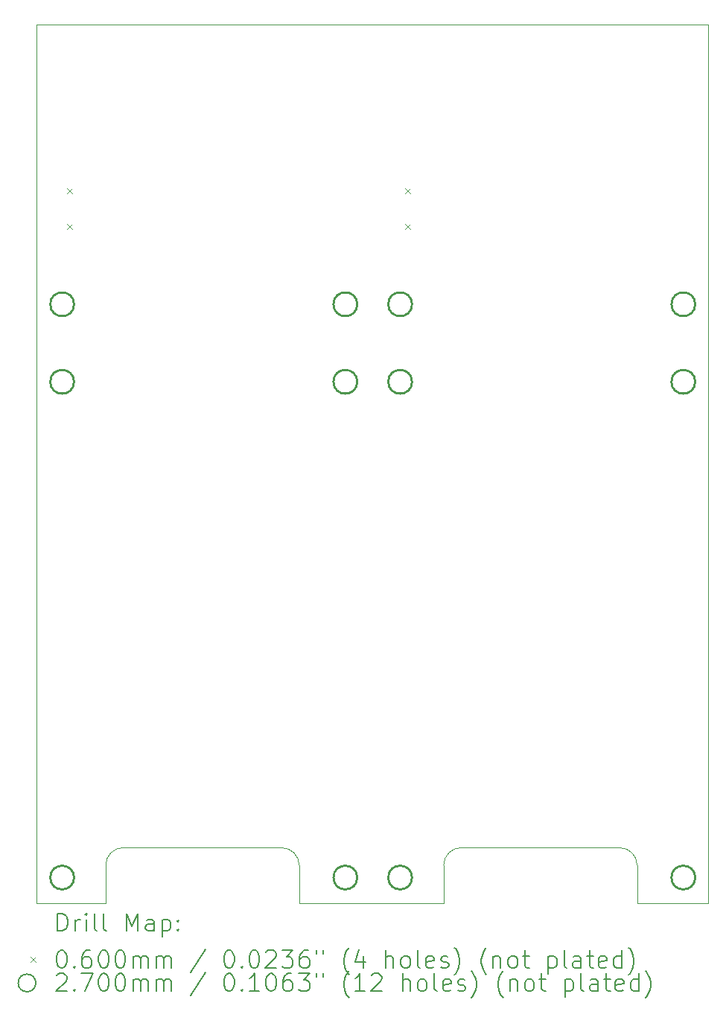
<source format=gbr>
%TF.GenerationSoftware,KiCad,Pcbnew,7.0.1*%
%TF.CreationDate,2023-11-25T15:53:30+01:00*%
%TF.ProjectId,Spotify_controller_nutzen,53706f74-6966-4795-9f63-6f6e74726f6c,rev?*%
%TF.SameCoordinates,Original*%
%TF.FileFunction,Drillmap*%
%TF.FilePolarity,Positive*%
%FSLAX45Y45*%
G04 Gerber Fmt 4.5, Leading zero omitted, Abs format (unit mm)*
G04 Created by KiCad (PCBNEW 7.0.1) date 2023-11-25 15:53:30*
%MOMM*%
%LPD*%
G01*
G04 APERTURE LIST*
%ADD10C,0.100000*%
%ADD11C,0.200000*%
%ADD12C,0.060000*%
%ADD13C,0.270000*%
G04 APERTURE END LIST*
D10*
X10473000Y-14250000D02*
X9663000Y-14250000D01*
X6679000Y-14250000D02*
X7463000Y-14250000D01*
X10467000Y-4250000D02*
X6673000Y-4250000D01*
X7463000Y-14250000D02*
X7463000Y-13820000D01*
X10473000Y-14250000D02*
X10467000Y-4250000D01*
X9463000Y-13620000D02*
X7663000Y-13620000D01*
X9663000Y-14250000D02*
X9663000Y-13820000D01*
X9663000Y-13820000D02*
G75*
G03*
X9463000Y-13620000I-200000J0D01*
G01*
X7663000Y-13620000D02*
G75*
G03*
X7463000Y-13820000I0J-200000D01*
G01*
X6673000Y-4250000D02*
X2830000Y-4250000D01*
X2830000Y-4250000D02*
X2836000Y-14250000D01*
X6679000Y-14250000D02*
X5820000Y-14250000D01*
X5620000Y-13620000D02*
X3820000Y-13620000D01*
X2836000Y-14250000D02*
X3620000Y-14250000D01*
X3620000Y-14250000D02*
X3620000Y-13820000D01*
X5820000Y-14250000D02*
X5820000Y-13820000D01*
X5820000Y-13820000D02*
G75*
G03*
X5620000Y-13620000I-200000J0D01*
G01*
X3820000Y-13620000D02*
G75*
G03*
X3620000Y-13820000I0J-200000D01*
G01*
D11*
D12*
X3182200Y-6112250D02*
X3242200Y-6172250D01*
X3242200Y-6112250D02*
X3182200Y-6172250D01*
X3182200Y-6522250D02*
X3242200Y-6582250D01*
X3242200Y-6522250D02*
X3182200Y-6582250D01*
X7025200Y-6112250D02*
X7085200Y-6172250D01*
X7085200Y-6112250D02*
X7025200Y-6172250D01*
X7025200Y-6522250D02*
X7085200Y-6582250D01*
X7085200Y-6522250D02*
X7025200Y-6582250D01*
D13*
X3260000Y-7436000D02*
G75*
G03*
X3260000Y-7436000I-135000J0D01*
G01*
X3260000Y-8318000D02*
G75*
G03*
X3260000Y-8318000I-135000J0D01*
G01*
X3260000Y-13960000D02*
G75*
G03*
X3260000Y-13960000I-135000J0D01*
G01*
X6480000Y-7436000D02*
G75*
G03*
X6480000Y-7436000I-135000J0D01*
G01*
X6480000Y-8318000D02*
G75*
G03*
X6480000Y-8318000I-135000J0D01*
G01*
X6480000Y-13960000D02*
G75*
G03*
X6480000Y-13960000I-135000J0D01*
G01*
X7103000Y-7436000D02*
G75*
G03*
X7103000Y-7436000I-135000J0D01*
G01*
X7103000Y-8318000D02*
G75*
G03*
X7103000Y-8318000I-135000J0D01*
G01*
X7103000Y-13960000D02*
G75*
G03*
X7103000Y-13960000I-135000J0D01*
G01*
X10323000Y-7436000D02*
G75*
G03*
X10323000Y-7436000I-135000J0D01*
G01*
X10323000Y-8318000D02*
G75*
G03*
X10323000Y-8318000I-135000J0D01*
G01*
X10323000Y-13960000D02*
G75*
G03*
X10323000Y-13960000I-135000J0D01*
G01*
D11*
X3072619Y-14567524D02*
X3072619Y-14367524D01*
X3072619Y-14367524D02*
X3120238Y-14367524D01*
X3120238Y-14367524D02*
X3148809Y-14377048D01*
X3148809Y-14377048D02*
X3167857Y-14396095D01*
X3167857Y-14396095D02*
X3177381Y-14415143D01*
X3177381Y-14415143D02*
X3186905Y-14453238D01*
X3186905Y-14453238D02*
X3186905Y-14481809D01*
X3186905Y-14481809D02*
X3177381Y-14519905D01*
X3177381Y-14519905D02*
X3167857Y-14538952D01*
X3167857Y-14538952D02*
X3148809Y-14558000D01*
X3148809Y-14558000D02*
X3120238Y-14567524D01*
X3120238Y-14567524D02*
X3072619Y-14567524D01*
X3272619Y-14567524D02*
X3272619Y-14434190D01*
X3272619Y-14472286D02*
X3282143Y-14453238D01*
X3282143Y-14453238D02*
X3291667Y-14443714D01*
X3291667Y-14443714D02*
X3310714Y-14434190D01*
X3310714Y-14434190D02*
X3329762Y-14434190D01*
X3396428Y-14567524D02*
X3396428Y-14434190D01*
X3396428Y-14367524D02*
X3386905Y-14377048D01*
X3386905Y-14377048D02*
X3396428Y-14386571D01*
X3396428Y-14386571D02*
X3405952Y-14377048D01*
X3405952Y-14377048D02*
X3396428Y-14367524D01*
X3396428Y-14367524D02*
X3396428Y-14386571D01*
X3520238Y-14567524D02*
X3501190Y-14558000D01*
X3501190Y-14558000D02*
X3491667Y-14538952D01*
X3491667Y-14538952D02*
X3491667Y-14367524D01*
X3625000Y-14567524D02*
X3605952Y-14558000D01*
X3605952Y-14558000D02*
X3596428Y-14538952D01*
X3596428Y-14538952D02*
X3596428Y-14367524D01*
X3853571Y-14567524D02*
X3853571Y-14367524D01*
X3853571Y-14367524D02*
X3920238Y-14510381D01*
X3920238Y-14510381D02*
X3986905Y-14367524D01*
X3986905Y-14367524D02*
X3986905Y-14567524D01*
X4167857Y-14567524D02*
X4167857Y-14462762D01*
X4167857Y-14462762D02*
X4158333Y-14443714D01*
X4158333Y-14443714D02*
X4139286Y-14434190D01*
X4139286Y-14434190D02*
X4101190Y-14434190D01*
X4101190Y-14434190D02*
X4082143Y-14443714D01*
X4167857Y-14558000D02*
X4148809Y-14567524D01*
X4148809Y-14567524D02*
X4101190Y-14567524D01*
X4101190Y-14567524D02*
X4082143Y-14558000D01*
X4082143Y-14558000D02*
X4072619Y-14538952D01*
X4072619Y-14538952D02*
X4072619Y-14519905D01*
X4072619Y-14519905D02*
X4082143Y-14500857D01*
X4082143Y-14500857D02*
X4101190Y-14491333D01*
X4101190Y-14491333D02*
X4148809Y-14491333D01*
X4148809Y-14491333D02*
X4167857Y-14481809D01*
X4263095Y-14434190D02*
X4263095Y-14634190D01*
X4263095Y-14443714D02*
X4282143Y-14434190D01*
X4282143Y-14434190D02*
X4320238Y-14434190D01*
X4320238Y-14434190D02*
X4339286Y-14443714D01*
X4339286Y-14443714D02*
X4348810Y-14453238D01*
X4348810Y-14453238D02*
X4358333Y-14472286D01*
X4358333Y-14472286D02*
X4358333Y-14529428D01*
X4358333Y-14529428D02*
X4348810Y-14548476D01*
X4348810Y-14548476D02*
X4339286Y-14558000D01*
X4339286Y-14558000D02*
X4320238Y-14567524D01*
X4320238Y-14567524D02*
X4282143Y-14567524D01*
X4282143Y-14567524D02*
X4263095Y-14558000D01*
X4444048Y-14548476D02*
X4453571Y-14558000D01*
X4453571Y-14558000D02*
X4444048Y-14567524D01*
X4444048Y-14567524D02*
X4434524Y-14558000D01*
X4434524Y-14558000D02*
X4444048Y-14548476D01*
X4444048Y-14548476D02*
X4444048Y-14567524D01*
X4444048Y-14443714D02*
X4453571Y-14453238D01*
X4453571Y-14453238D02*
X4444048Y-14462762D01*
X4444048Y-14462762D02*
X4434524Y-14453238D01*
X4434524Y-14453238D02*
X4444048Y-14443714D01*
X4444048Y-14443714D02*
X4444048Y-14462762D01*
D12*
X2765000Y-14865000D02*
X2825000Y-14925000D01*
X2825000Y-14865000D02*
X2765000Y-14925000D01*
D11*
X3110714Y-14787524D02*
X3129762Y-14787524D01*
X3129762Y-14787524D02*
X3148809Y-14797048D01*
X3148809Y-14797048D02*
X3158333Y-14806571D01*
X3158333Y-14806571D02*
X3167857Y-14825619D01*
X3167857Y-14825619D02*
X3177381Y-14863714D01*
X3177381Y-14863714D02*
X3177381Y-14911333D01*
X3177381Y-14911333D02*
X3167857Y-14949428D01*
X3167857Y-14949428D02*
X3158333Y-14968476D01*
X3158333Y-14968476D02*
X3148809Y-14978000D01*
X3148809Y-14978000D02*
X3129762Y-14987524D01*
X3129762Y-14987524D02*
X3110714Y-14987524D01*
X3110714Y-14987524D02*
X3091667Y-14978000D01*
X3091667Y-14978000D02*
X3082143Y-14968476D01*
X3082143Y-14968476D02*
X3072619Y-14949428D01*
X3072619Y-14949428D02*
X3063095Y-14911333D01*
X3063095Y-14911333D02*
X3063095Y-14863714D01*
X3063095Y-14863714D02*
X3072619Y-14825619D01*
X3072619Y-14825619D02*
X3082143Y-14806571D01*
X3082143Y-14806571D02*
X3091667Y-14797048D01*
X3091667Y-14797048D02*
X3110714Y-14787524D01*
X3263095Y-14968476D02*
X3272619Y-14978000D01*
X3272619Y-14978000D02*
X3263095Y-14987524D01*
X3263095Y-14987524D02*
X3253571Y-14978000D01*
X3253571Y-14978000D02*
X3263095Y-14968476D01*
X3263095Y-14968476D02*
X3263095Y-14987524D01*
X3444048Y-14787524D02*
X3405952Y-14787524D01*
X3405952Y-14787524D02*
X3386905Y-14797048D01*
X3386905Y-14797048D02*
X3377381Y-14806571D01*
X3377381Y-14806571D02*
X3358333Y-14835143D01*
X3358333Y-14835143D02*
X3348809Y-14873238D01*
X3348809Y-14873238D02*
X3348809Y-14949428D01*
X3348809Y-14949428D02*
X3358333Y-14968476D01*
X3358333Y-14968476D02*
X3367857Y-14978000D01*
X3367857Y-14978000D02*
X3386905Y-14987524D01*
X3386905Y-14987524D02*
X3425000Y-14987524D01*
X3425000Y-14987524D02*
X3444048Y-14978000D01*
X3444048Y-14978000D02*
X3453571Y-14968476D01*
X3453571Y-14968476D02*
X3463095Y-14949428D01*
X3463095Y-14949428D02*
X3463095Y-14901809D01*
X3463095Y-14901809D02*
X3453571Y-14882762D01*
X3453571Y-14882762D02*
X3444048Y-14873238D01*
X3444048Y-14873238D02*
X3425000Y-14863714D01*
X3425000Y-14863714D02*
X3386905Y-14863714D01*
X3386905Y-14863714D02*
X3367857Y-14873238D01*
X3367857Y-14873238D02*
X3358333Y-14882762D01*
X3358333Y-14882762D02*
X3348809Y-14901809D01*
X3586905Y-14787524D02*
X3605952Y-14787524D01*
X3605952Y-14787524D02*
X3625000Y-14797048D01*
X3625000Y-14797048D02*
X3634524Y-14806571D01*
X3634524Y-14806571D02*
X3644048Y-14825619D01*
X3644048Y-14825619D02*
X3653571Y-14863714D01*
X3653571Y-14863714D02*
X3653571Y-14911333D01*
X3653571Y-14911333D02*
X3644048Y-14949428D01*
X3644048Y-14949428D02*
X3634524Y-14968476D01*
X3634524Y-14968476D02*
X3625000Y-14978000D01*
X3625000Y-14978000D02*
X3605952Y-14987524D01*
X3605952Y-14987524D02*
X3586905Y-14987524D01*
X3586905Y-14987524D02*
X3567857Y-14978000D01*
X3567857Y-14978000D02*
X3558333Y-14968476D01*
X3558333Y-14968476D02*
X3548809Y-14949428D01*
X3548809Y-14949428D02*
X3539286Y-14911333D01*
X3539286Y-14911333D02*
X3539286Y-14863714D01*
X3539286Y-14863714D02*
X3548809Y-14825619D01*
X3548809Y-14825619D02*
X3558333Y-14806571D01*
X3558333Y-14806571D02*
X3567857Y-14797048D01*
X3567857Y-14797048D02*
X3586905Y-14787524D01*
X3777381Y-14787524D02*
X3796429Y-14787524D01*
X3796429Y-14787524D02*
X3815476Y-14797048D01*
X3815476Y-14797048D02*
X3825000Y-14806571D01*
X3825000Y-14806571D02*
X3834524Y-14825619D01*
X3834524Y-14825619D02*
X3844048Y-14863714D01*
X3844048Y-14863714D02*
X3844048Y-14911333D01*
X3844048Y-14911333D02*
X3834524Y-14949428D01*
X3834524Y-14949428D02*
X3825000Y-14968476D01*
X3825000Y-14968476D02*
X3815476Y-14978000D01*
X3815476Y-14978000D02*
X3796429Y-14987524D01*
X3796429Y-14987524D02*
X3777381Y-14987524D01*
X3777381Y-14987524D02*
X3758333Y-14978000D01*
X3758333Y-14978000D02*
X3748809Y-14968476D01*
X3748809Y-14968476D02*
X3739286Y-14949428D01*
X3739286Y-14949428D02*
X3729762Y-14911333D01*
X3729762Y-14911333D02*
X3729762Y-14863714D01*
X3729762Y-14863714D02*
X3739286Y-14825619D01*
X3739286Y-14825619D02*
X3748809Y-14806571D01*
X3748809Y-14806571D02*
X3758333Y-14797048D01*
X3758333Y-14797048D02*
X3777381Y-14787524D01*
X3929762Y-14987524D02*
X3929762Y-14854190D01*
X3929762Y-14873238D02*
X3939286Y-14863714D01*
X3939286Y-14863714D02*
X3958333Y-14854190D01*
X3958333Y-14854190D02*
X3986905Y-14854190D01*
X3986905Y-14854190D02*
X4005952Y-14863714D01*
X4005952Y-14863714D02*
X4015476Y-14882762D01*
X4015476Y-14882762D02*
X4015476Y-14987524D01*
X4015476Y-14882762D02*
X4025000Y-14863714D01*
X4025000Y-14863714D02*
X4044048Y-14854190D01*
X4044048Y-14854190D02*
X4072619Y-14854190D01*
X4072619Y-14854190D02*
X4091667Y-14863714D01*
X4091667Y-14863714D02*
X4101190Y-14882762D01*
X4101190Y-14882762D02*
X4101190Y-14987524D01*
X4196429Y-14987524D02*
X4196429Y-14854190D01*
X4196429Y-14873238D02*
X4205952Y-14863714D01*
X4205952Y-14863714D02*
X4225000Y-14854190D01*
X4225000Y-14854190D02*
X4253572Y-14854190D01*
X4253572Y-14854190D02*
X4272619Y-14863714D01*
X4272619Y-14863714D02*
X4282143Y-14882762D01*
X4282143Y-14882762D02*
X4282143Y-14987524D01*
X4282143Y-14882762D02*
X4291667Y-14863714D01*
X4291667Y-14863714D02*
X4310714Y-14854190D01*
X4310714Y-14854190D02*
X4339286Y-14854190D01*
X4339286Y-14854190D02*
X4358333Y-14863714D01*
X4358333Y-14863714D02*
X4367857Y-14882762D01*
X4367857Y-14882762D02*
X4367857Y-14987524D01*
X4758333Y-14778000D02*
X4586905Y-15035143D01*
X5015476Y-14787524D02*
X5034524Y-14787524D01*
X5034524Y-14787524D02*
X5053572Y-14797048D01*
X5053572Y-14797048D02*
X5063095Y-14806571D01*
X5063095Y-14806571D02*
X5072619Y-14825619D01*
X5072619Y-14825619D02*
X5082143Y-14863714D01*
X5082143Y-14863714D02*
X5082143Y-14911333D01*
X5082143Y-14911333D02*
X5072619Y-14949428D01*
X5072619Y-14949428D02*
X5063095Y-14968476D01*
X5063095Y-14968476D02*
X5053572Y-14978000D01*
X5053572Y-14978000D02*
X5034524Y-14987524D01*
X5034524Y-14987524D02*
X5015476Y-14987524D01*
X5015476Y-14987524D02*
X4996429Y-14978000D01*
X4996429Y-14978000D02*
X4986905Y-14968476D01*
X4986905Y-14968476D02*
X4977381Y-14949428D01*
X4977381Y-14949428D02*
X4967857Y-14911333D01*
X4967857Y-14911333D02*
X4967857Y-14863714D01*
X4967857Y-14863714D02*
X4977381Y-14825619D01*
X4977381Y-14825619D02*
X4986905Y-14806571D01*
X4986905Y-14806571D02*
X4996429Y-14797048D01*
X4996429Y-14797048D02*
X5015476Y-14787524D01*
X5167857Y-14968476D02*
X5177381Y-14978000D01*
X5177381Y-14978000D02*
X5167857Y-14987524D01*
X5167857Y-14987524D02*
X5158334Y-14978000D01*
X5158334Y-14978000D02*
X5167857Y-14968476D01*
X5167857Y-14968476D02*
X5167857Y-14987524D01*
X5301191Y-14787524D02*
X5320238Y-14787524D01*
X5320238Y-14787524D02*
X5339286Y-14797048D01*
X5339286Y-14797048D02*
X5348810Y-14806571D01*
X5348810Y-14806571D02*
X5358334Y-14825619D01*
X5358334Y-14825619D02*
X5367857Y-14863714D01*
X5367857Y-14863714D02*
X5367857Y-14911333D01*
X5367857Y-14911333D02*
X5358334Y-14949428D01*
X5358334Y-14949428D02*
X5348810Y-14968476D01*
X5348810Y-14968476D02*
X5339286Y-14978000D01*
X5339286Y-14978000D02*
X5320238Y-14987524D01*
X5320238Y-14987524D02*
X5301191Y-14987524D01*
X5301191Y-14987524D02*
X5282143Y-14978000D01*
X5282143Y-14978000D02*
X5272619Y-14968476D01*
X5272619Y-14968476D02*
X5263095Y-14949428D01*
X5263095Y-14949428D02*
X5253572Y-14911333D01*
X5253572Y-14911333D02*
X5253572Y-14863714D01*
X5253572Y-14863714D02*
X5263095Y-14825619D01*
X5263095Y-14825619D02*
X5272619Y-14806571D01*
X5272619Y-14806571D02*
X5282143Y-14797048D01*
X5282143Y-14797048D02*
X5301191Y-14787524D01*
X5444048Y-14806571D02*
X5453572Y-14797048D01*
X5453572Y-14797048D02*
X5472619Y-14787524D01*
X5472619Y-14787524D02*
X5520238Y-14787524D01*
X5520238Y-14787524D02*
X5539286Y-14797048D01*
X5539286Y-14797048D02*
X5548810Y-14806571D01*
X5548810Y-14806571D02*
X5558334Y-14825619D01*
X5558334Y-14825619D02*
X5558334Y-14844667D01*
X5558334Y-14844667D02*
X5548810Y-14873238D01*
X5548810Y-14873238D02*
X5434524Y-14987524D01*
X5434524Y-14987524D02*
X5558334Y-14987524D01*
X5625000Y-14787524D02*
X5748810Y-14787524D01*
X5748810Y-14787524D02*
X5682143Y-14863714D01*
X5682143Y-14863714D02*
X5710714Y-14863714D01*
X5710714Y-14863714D02*
X5729762Y-14873238D01*
X5729762Y-14873238D02*
X5739286Y-14882762D01*
X5739286Y-14882762D02*
X5748810Y-14901809D01*
X5748810Y-14901809D02*
X5748810Y-14949428D01*
X5748810Y-14949428D02*
X5739286Y-14968476D01*
X5739286Y-14968476D02*
X5729762Y-14978000D01*
X5729762Y-14978000D02*
X5710714Y-14987524D01*
X5710714Y-14987524D02*
X5653572Y-14987524D01*
X5653572Y-14987524D02*
X5634524Y-14978000D01*
X5634524Y-14978000D02*
X5625000Y-14968476D01*
X5920238Y-14787524D02*
X5882143Y-14787524D01*
X5882143Y-14787524D02*
X5863095Y-14797048D01*
X5863095Y-14797048D02*
X5853572Y-14806571D01*
X5853572Y-14806571D02*
X5834524Y-14835143D01*
X5834524Y-14835143D02*
X5825000Y-14873238D01*
X5825000Y-14873238D02*
X5825000Y-14949428D01*
X5825000Y-14949428D02*
X5834524Y-14968476D01*
X5834524Y-14968476D02*
X5844048Y-14978000D01*
X5844048Y-14978000D02*
X5863095Y-14987524D01*
X5863095Y-14987524D02*
X5901191Y-14987524D01*
X5901191Y-14987524D02*
X5920238Y-14978000D01*
X5920238Y-14978000D02*
X5929762Y-14968476D01*
X5929762Y-14968476D02*
X5939286Y-14949428D01*
X5939286Y-14949428D02*
X5939286Y-14901809D01*
X5939286Y-14901809D02*
X5929762Y-14882762D01*
X5929762Y-14882762D02*
X5920238Y-14873238D01*
X5920238Y-14873238D02*
X5901191Y-14863714D01*
X5901191Y-14863714D02*
X5863095Y-14863714D01*
X5863095Y-14863714D02*
X5844048Y-14873238D01*
X5844048Y-14873238D02*
X5834524Y-14882762D01*
X5834524Y-14882762D02*
X5825000Y-14901809D01*
X6015476Y-14787524D02*
X6015476Y-14825619D01*
X6091667Y-14787524D02*
X6091667Y-14825619D01*
X6386905Y-15063714D02*
X6377381Y-15054190D01*
X6377381Y-15054190D02*
X6358334Y-15025619D01*
X6358334Y-15025619D02*
X6348810Y-15006571D01*
X6348810Y-15006571D02*
X6339286Y-14978000D01*
X6339286Y-14978000D02*
X6329762Y-14930381D01*
X6329762Y-14930381D02*
X6329762Y-14892286D01*
X6329762Y-14892286D02*
X6339286Y-14844667D01*
X6339286Y-14844667D02*
X6348810Y-14816095D01*
X6348810Y-14816095D02*
X6358334Y-14797048D01*
X6358334Y-14797048D02*
X6377381Y-14768476D01*
X6377381Y-14768476D02*
X6386905Y-14758952D01*
X6548810Y-14854190D02*
X6548810Y-14987524D01*
X6501191Y-14778000D02*
X6453572Y-14920857D01*
X6453572Y-14920857D02*
X6577381Y-14920857D01*
X6805953Y-14987524D02*
X6805953Y-14787524D01*
X6891667Y-14987524D02*
X6891667Y-14882762D01*
X6891667Y-14882762D02*
X6882143Y-14863714D01*
X6882143Y-14863714D02*
X6863096Y-14854190D01*
X6863096Y-14854190D02*
X6834524Y-14854190D01*
X6834524Y-14854190D02*
X6815476Y-14863714D01*
X6815476Y-14863714D02*
X6805953Y-14873238D01*
X7015476Y-14987524D02*
X6996429Y-14978000D01*
X6996429Y-14978000D02*
X6986905Y-14968476D01*
X6986905Y-14968476D02*
X6977381Y-14949428D01*
X6977381Y-14949428D02*
X6977381Y-14892286D01*
X6977381Y-14892286D02*
X6986905Y-14873238D01*
X6986905Y-14873238D02*
X6996429Y-14863714D01*
X6996429Y-14863714D02*
X7015476Y-14854190D01*
X7015476Y-14854190D02*
X7044048Y-14854190D01*
X7044048Y-14854190D02*
X7063096Y-14863714D01*
X7063096Y-14863714D02*
X7072619Y-14873238D01*
X7072619Y-14873238D02*
X7082143Y-14892286D01*
X7082143Y-14892286D02*
X7082143Y-14949428D01*
X7082143Y-14949428D02*
X7072619Y-14968476D01*
X7072619Y-14968476D02*
X7063096Y-14978000D01*
X7063096Y-14978000D02*
X7044048Y-14987524D01*
X7044048Y-14987524D02*
X7015476Y-14987524D01*
X7196429Y-14987524D02*
X7177381Y-14978000D01*
X7177381Y-14978000D02*
X7167857Y-14958952D01*
X7167857Y-14958952D02*
X7167857Y-14787524D01*
X7348810Y-14978000D02*
X7329762Y-14987524D01*
X7329762Y-14987524D02*
X7291667Y-14987524D01*
X7291667Y-14987524D02*
X7272619Y-14978000D01*
X7272619Y-14978000D02*
X7263096Y-14958952D01*
X7263096Y-14958952D02*
X7263096Y-14882762D01*
X7263096Y-14882762D02*
X7272619Y-14863714D01*
X7272619Y-14863714D02*
X7291667Y-14854190D01*
X7291667Y-14854190D02*
X7329762Y-14854190D01*
X7329762Y-14854190D02*
X7348810Y-14863714D01*
X7348810Y-14863714D02*
X7358334Y-14882762D01*
X7358334Y-14882762D02*
X7358334Y-14901809D01*
X7358334Y-14901809D02*
X7263096Y-14920857D01*
X7434524Y-14978000D02*
X7453572Y-14987524D01*
X7453572Y-14987524D02*
X7491667Y-14987524D01*
X7491667Y-14987524D02*
X7510715Y-14978000D01*
X7510715Y-14978000D02*
X7520238Y-14958952D01*
X7520238Y-14958952D02*
X7520238Y-14949428D01*
X7520238Y-14949428D02*
X7510715Y-14930381D01*
X7510715Y-14930381D02*
X7491667Y-14920857D01*
X7491667Y-14920857D02*
X7463096Y-14920857D01*
X7463096Y-14920857D02*
X7444048Y-14911333D01*
X7444048Y-14911333D02*
X7434524Y-14892286D01*
X7434524Y-14892286D02*
X7434524Y-14882762D01*
X7434524Y-14882762D02*
X7444048Y-14863714D01*
X7444048Y-14863714D02*
X7463096Y-14854190D01*
X7463096Y-14854190D02*
X7491667Y-14854190D01*
X7491667Y-14854190D02*
X7510715Y-14863714D01*
X7586905Y-15063714D02*
X7596429Y-15054190D01*
X7596429Y-15054190D02*
X7615477Y-15025619D01*
X7615477Y-15025619D02*
X7625000Y-15006571D01*
X7625000Y-15006571D02*
X7634524Y-14978000D01*
X7634524Y-14978000D02*
X7644048Y-14930381D01*
X7644048Y-14930381D02*
X7644048Y-14892286D01*
X7644048Y-14892286D02*
X7634524Y-14844667D01*
X7634524Y-14844667D02*
X7625000Y-14816095D01*
X7625000Y-14816095D02*
X7615477Y-14797048D01*
X7615477Y-14797048D02*
X7596429Y-14768476D01*
X7596429Y-14768476D02*
X7586905Y-14758952D01*
X7948810Y-15063714D02*
X7939286Y-15054190D01*
X7939286Y-15054190D02*
X7920238Y-15025619D01*
X7920238Y-15025619D02*
X7910715Y-15006571D01*
X7910715Y-15006571D02*
X7901191Y-14978000D01*
X7901191Y-14978000D02*
X7891667Y-14930381D01*
X7891667Y-14930381D02*
X7891667Y-14892286D01*
X7891667Y-14892286D02*
X7901191Y-14844667D01*
X7901191Y-14844667D02*
X7910715Y-14816095D01*
X7910715Y-14816095D02*
X7920238Y-14797048D01*
X7920238Y-14797048D02*
X7939286Y-14768476D01*
X7939286Y-14768476D02*
X7948810Y-14758952D01*
X8025000Y-14854190D02*
X8025000Y-14987524D01*
X8025000Y-14873238D02*
X8034524Y-14863714D01*
X8034524Y-14863714D02*
X8053572Y-14854190D01*
X8053572Y-14854190D02*
X8082143Y-14854190D01*
X8082143Y-14854190D02*
X8101191Y-14863714D01*
X8101191Y-14863714D02*
X8110715Y-14882762D01*
X8110715Y-14882762D02*
X8110715Y-14987524D01*
X8234524Y-14987524D02*
X8215477Y-14978000D01*
X8215477Y-14978000D02*
X8205953Y-14968476D01*
X8205953Y-14968476D02*
X8196429Y-14949428D01*
X8196429Y-14949428D02*
X8196429Y-14892286D01*
X8196429Y-14892286D02*
X8205953Y-14873238D01*
X8205953Y-14873238D02*
X8215477Y-14863714D01*
X8215477Y-14863714D02*
X8234524Y-14854190D01*
X8234524Y-14854190D02*
X8263096Y-14854190D01*
X8263096Y-14854190D02*
X8282143Y-14863714D01*
X8282143Y-14863714D02*
X8291667Y-14873238D01*
X8291667Y-14873238D02*
X8301191Y-14892286D01*
X8301191Y-14892286D02*
X8301191Y-14949428D01*
X8301191Y-14949428D02*
X8291667Y-14968476D01*
X8291667Y-14968476D02*
X8282143Y-14978000D01*
X8282143Y-14978000D02*
X8263096Y-14987524D01*
X8263096Y-14987524D02*
X8234524Y-14987524D01*
X8358334Y-14854190D02*
X8434524Y-14854190D01*
X8386905Y-14787524D02*
X8386905Y-14958952D01*
X8386905Y-14958952D02*
X8396429Y-14978000D01*
X8396429Y-14978000D02*
X8415477Y-14987524D01*
X8415477Y-14987524D02*
X8434524Y-14987524D01*
X8653572Y-14854190D02*
X8653572Y-15054190D01*
X8653572Y-14863714D02*
X8672620Y-14854190D01*
X8672620Y-14854190D02*
X8710715Y-14854190D01*
X8710715Y-14854190D02*
X8729762Y-14863714D01*
X8729762Y-14863714D02*
X8739286Y-14873238D01*
X8739286Y-14873238D02*
X8748810Y-14892286D01*
X8748810Y-14892286D02*
X8748810Y-14949428D01*
X8748810Y-14949428D02*
X8739286Y-14968476D01*
X8739286Y-14968476D02*
X8729762Y-14978000D01*
X8729762Y-14978000D02*
X8710715Y-14987524D01*
X8710715Y-14987524D02*
X8672620Y-14987524D01*
X8672620Y-14987524D02*
X8653572Y-14978000D01*
X8863096Y-14987524D02*
X8844048Y-14978000D01*
X8844048Y-14978000D02*
X8834524Y-14958952D01*
X8834524Y-14958952D02*
X8834524Y-14787524D01*
X9025001Y-14987524D02*
X9025001Y-14882762D01*
X9025001Y-14882762D02*
X9015477Y-14863714D01*
X9015477Y-14863714D02*
X8996429Y-14854190D01*
X8996429Y-14854190D02*
X8958334Y-14854190D01*
X8958334Y-14854190D02*
X8939286Y-14863714D01*
X9025001Y-14978000D02*
X9005953Y-14987524D01*
X9005953Y-14987524D02*
X8958334Y-14987524D01*
X8958334Y-14987524D02*
X8939286Y-14978000D01*
X8939286Y-14978000D02*
X8929762Y-14958952D01*
X8929762Y-14958952D02*
X8929762Y-14939905D01*
X8929762Y-14939905D02*
X8939286Y-14920857D01*
X8939286Y-14920857D02*
X8958334Y-14911333D01*
X8958334Y-14911333D02*
X9005953Y-14911333D01*
X9005953Y-14911333D02*
X9025001Y-14901809D01*
X9091667Y-14854190D02*
X9167858Y-14854190D01*
X9120239Y-14787524D02*
X9120239Y-14958952D01*
X9120239Y-14958952D02*
X9129762Y-14978000D01*
X9129762Y-14978000D02*
X9148810Y-14987524D01*
X9148810Y-14987524D02*
X9167858Y-14987524D01*
X9310715Y-14978000D02*
X9291667Y-14987524D01*
X9291667Y-14987524D02*
X9253572Y-14987524D01*
X9253572Y-14987524D02*
X9234524Y-14978000D01*
X9234524Y-14978000D02*
X9225001Y-14958952D01*
X9225001Y-14958952D02*
X9225001Y-14882762D01*
X9225001Y-14882762D02*
X9234524Y-14863714D01*
X9234524Y-14863714D02*
X9253572Y-14854190D01*
X9253572Y-14854190D02*
X9291667Y-14854190D01*
X9291667Y-14854190D02*
X9310715Y-14863714D01*
X9310715Y-14863714D02*
X9320239Y-14882762D01*
X9320239Y-14882762D02*
X9320239Y-14901809D01*
X9320239Y-14901809D02*
X9225001Y-14920857D01*
X9491667Y-14987524D02*
X9491667Y-14787524D01*
X9491667Y-14978000D02*
X9472620Y-14987524D01*
X9472620Y-14987524D02*
X9434524Y-14987524D01*
X9434524Y-14987524D02*
X9415477Y-14978000D01*
X9415477Y-14978000D02*
X9405953Y-14968476D01*
X9405953Y-14968476D02*
X9396429Y-14949428D01*
X9396429Y-14949428D02*
X9396429Y-14892286D01*
X9396429Y-14892286D02*
X9405953Y-14873238D01*
X9405953Y-14873238D02*
X9415477Y-14863714D01*
X9415477Y-14863714D02*
X9434524Y-14854190D01*
X9434524Y-14854190D02*
X9472620Y-14854190D01*
X9472620Y-14854190D02*
X9491667Y-14863714D01*
X9567858Y-15063714D02*
X9577382Y-15054190D01*
X9577382Y-15054190D02*
X9596429Y-15025619D01*
X9596429Y-15025619D02*
X9605953Y-15006571D01*
X9605953Y-15006571D02*
X9615477Y-14978000D01*
X9615477Y-14978000D02*
X9625001Y-14930381D01*
X9625001Y-14930381D02*
X9625001Y-14892286D01*
X9625001Y-14892286D02*
X9615477Y-14844667D01*
X9615477Y-14844667D02*
X9605953Y-14816095D01*
X9605953Y-14816095D02*
X9596429Y-14797048D01*
X9596429Y-14797048D02*
X9577382Y-14768476D01*
X9577382Y-14768476D02*
X9567858Y-14758952D01*
X2825000Y-15159000D02*
G75*
G03*
X2825000Y-15159000I-100000J0D01*
G01*
X3063095Y-15070571D02*
X3072619Y-15061048D01*
X3072619Y-15061048D02*
X3091667Y-15051524D01*
X3091667Y-15051524D02*
X3139286Y-15051524D01*
X3139286Y-15051524D02*
X3158333Y-15061048D01*
X3158333Y-15061048D02*
X3167857Y-15070571D01*
X3167857Y-15070571D02*
X3177381Y-15089619D01*
X3177381Y-15089619D02*
X3177381Y-15108667D01*
X3177381Y-15108667D02*
X3167857Y-15137238D01*
X3167857Y-15137238D02*
X3053571Y-15251524D01*
X3053571Y-15251524D02*
X3177381Y-15251524D01*
X3263095Y-15232476D02*
X3272619Y-15242000D01*
X3272619Y-15242000D02*
X3263095Y-15251524D01*
X3263095Y-15251524D02*
X3253571Y-15242000D01*
X3253571Y-15242000D02*
X3263095Y-15232476D01*
X3263095Y-15232476D02*
X3263095Y-15251524D01*
X3339286Y-15051524D02*
X3472619Y-15051524D01*
X3472619Y-15051524D02*
X3386905Y-15251524D01*
X3586905Y-15051524D02*
X3605952Y-15051524D01*
X3605952Y-15051524D02*
X3625000Y-15061048D01*
X3625000Y-15061048D02*
X3634524Y-15070571D01*
X3634524Y-15070571D02*
X3644048Y-15089619D01*
X3644048Y-15089619D02*
X3653571Y-15127714D01*
X3653571Y-15127714D02*
X3653571Y-15175333D01*
X3653571Y-15175333D02*
X3644048Y-15213428D01*
X3644048Y-15213428D02*
X3634524Y-15232476D01*
X3634524Y-15232476D02*
X3625000Y-15242000D01*
X3625000Y-15242000D02*
X3605952Y-15251524D01*
X3605952Y-15251524D02*
X3586905Y-15251524D01*
X3586905Y-15251524D02*
X3567857Y-15242000D01*
X3567857Y-15242000D02*
X3558333Y-15232476D01*
X3558333Y-15232476D02*
X3548809Y-15213428D01*
X3548809Y-15213428D02*
X3539286Y-15175333D01*
X3539286Y-15175333D02*
X3539286Y-15127714D01*
X3539286Y-15127714D02*
X3548809Y-15089619D01*
X3548809Y-15089619D02*
X3558333Y-15070571D01*
X3558333Y-15070571D02*
X3567857Y-15061048D01*
X3567857Y-15061048D02*
X3586905Y-15051524D01*
X3777381Y-15051524D02*
X3796429Y-15051524D01*
X3796429Y-15051524D02*
X3815476Y-15061048D01*
X3815476Y-15061048D02*
X3825000Y-15070571D01*
X3825000Y-15070571D02*
X3834524Y-15089619D01*
X3834524Y-15089619D02*
X3844048Y-15127714D01*
X3844048Y-15127714D02*
X3844048Y-15175333D01*
X3844048Y-15175333D02*
X3834524Y-15213428D01*
X3834524Y-15213428D02*
X3825000Y-15232476D01*
X3825000Y-15232476D02*
X3815476Y-15242000D01*
X3815476Y-15242000D02*
X3796429Y-15251524D01*
X3796429Y-15251524D02*
X3777381Y-15251524D01*
X3777381Y-15251524D02*
X3758333Y-15242000D01*
X3758333Y-15242000D02*
X3748809Y-15232476D01*
X3748809Y-15232476D02*
X3739286Y-15213428D01*
X3739286Y-15213428D02*
X3729762Y-15175333D01*
X3729762Y-15175333D02*
X3729762Y-15127714D01*
X3729762Y-15127714D02*
X3739286Y-15089619D01*
X3739286Y-15089619D02*
X3748809Y-15070571D01*
X3748809Y-15070571D02*
X3758333Y-15061048D01*
X3758333Y-15061048D02*
X3777381Y-15051524D01*
X3929762Y-15251524D02*
X3929762Y-15118190D01*
X3929762Y-15137238D02*
X3939286Y-15127714D01*
X3939286Y-15127714D02*
X3958333Y-15118190D01*
X3958333Y-15118190D02*
X3986905Y-15118190D01*
X3986905Y-15118190D02*
X4005952Y-15127714D01*
X4005952Y-15127714D02*
X4015476Y-15146762D01*
X4015476Y-15146762D02*
X4015476Y-15251524D01*
X4015476Y-15146762D02*
X4025000Y-15127714D01*
X4025000Y-15127714D02*
X4044048Y-15118190D01*
X4044048Y-15118190D02*
X4072619Y-15118190D01*
X4072619Y-15118190D02*
X4091667Y-15127714D01*
X4091667Y-15127714D02*
X4101190Y-15146762D01*
X4101190Y-15146762D02*
X4101190Y-15251524D01*
X4196429Y-15251524D02*
X4196429Y-15118190D01*
X4196429Y-15137238D02*
X4205952Y-15127714D01*
X4205952Y-15127714D02*
X4225000Y-15118190D01*
X4225000Y-15118190D02*
X4253572Y-15118190D01*
X4253572Y-15118190D02*
X4272619Y-15127714D01*
X4272619Y-15127714D02*
X4282143Y-15146762D01*
X4282143Y-15146762D02*
X4282143Y-15251524D01*
X4282143Y-15146762D02*
X4291667Y-15127714D01*
X4291667Y-15127714D02*
X4310714Y-15118190D01*
X4310714Y-15118190D02*
X4339286Y-15118190D01*
X4339286Y-15118190D02*
X4358333Y-15127714D01*
X4358333Y-15127714D02*
X4367857Y-15146762D01*
X4367857Y-15146762D02*
X4367857Y-15251524D01*
X4758333Y-15042000D02*
X4586905Y-15299143D01*
X5015476Y-15051524D02*
X5034524Y-15051524D01*
X5034524Y-15051524D02*
X5053572Y-15061048D01*
X5053572Y-15061048D02*
X5063095Y-15070571D01*
X5063095Y-15070571D02*
X5072619Y-15089619D01*
X5072619Y-15089619D02*
X5082143Y-15127714D01*
X5082143Y-15127714D02*
X5082143Y-15175333D01*
X5082143Y-15175333D02*
X5072619Y-15213428D01*
X5072619Y-15213428D02*
X5063095Y-15232476D01*
X5063095Y-15232476D02*
X5053572Y-15242000D01*
X5053572Y-15242000D02*
X5034524Y-15251524D01*
X5034524Y-15251524D02*
X5015476Y-15251524D01*
X5015476Y-15251524D02*
X4996429Y-15242000D01*
X4996429Y-15242000D02*
X4986905Y-15232476D01*
X4986905Y-15232476D02*
X4977381Y-15213428D01*
X4977381Y-15213428D02*
X4967857Y-15175333D01*
X4967857Y-15175333D02*
X4967857Y-15127714D01*
X4967857Y-15127714D02*
X4977381Y-15089619D01*
X4977381Y-15089619D02*
X4986905Y-15070571D01*
X4986905Y-15070571D02*
X4996429Y-15061048D01*
X4996429Y-15061048D02*
X5015476Y-15051524D01*
X5167857Y-15232476D02*
X5177381Y-15242000D01*
X5177381Y-15242000D02*
X5167857Y-15251524D01*
X5167857Y-15251524D02*
X5158334Y-15242000D01*
X5158334Y-15242000D02*
X5167857Y-15232476D01*
X5167857Y-15232476D02*
X5167857Y-15251524D01*
X5367857Y-15251524D02*
X5253572Y-15251524D01*
X5310714Y-15251524D02*
X5310714Y-15051524D01*
X5310714Y-15051524D02*
X5291667Y-15080095D01*
X5291667Y-15080095D02*
X5272619Y-15099143D01*
X5272619Y-15099143D02*
X5253572Y-15108667D01*
X5491667Y-15051524D02*
X5510715Y-15051524D01*
X5510715Y-15051524D02*
X5529762Y-15061048D01*
X5529762Y-15061048D02*
X5539286Y-15070571D01*
X5539286Y-15070571D02*
X5548810Y-15089619D01*
X5548810Y-15089619D02*
X5558334Y-15127714D01*
X5558334Y-15127714D02*
X5558334Y-15175333D01*
X5558334Y-15175333D02*
X5548810Y-15213428D01*
X5548810Y-15213428D02*
X5539286Y-15232476D01*
X5539286Y-15232476D02*
X5529762Y-15242000D01*
X5529762Y-15242000D02*
X5510715Y-15251524D01*
X5510715Y-15251524D02*
X5491667Y-15251524D01*
X5491667Y-15251524D02*
X5472619Y-15242000D01*
X5472619Y-15242000D02*
X5463095Y-15232476D01*
X5463095Y-15232476D02*
X5453572Y-15213428D01*
X5453572Y-15213428D02*
X5444048Y-15175333D01*
X5444048Y-15175333D02*
X5444048Y-15127714D01*
X5444048Y-15127714D02*
X5453572Y-15089619D01*
X5453572Y-15089619D02*
X5463095Y-15070571D01*
X5463095Y-15070571D02*
X5472619Y-15061048D01*
X5472619Y-15061048D02*
X5491667Y-15051524D01*
X5729762Y-15051524D02*
X5691667Y-15051524D01*
X5691667Y-15051524D02*
X5672619Y-15061048D01*
X5672619Y-15061048D02*
X5663095Y-15070571D01*
X5663095Y-15070571D02*
X5644048Y-15099143D01*
X5644048Y-15099143D02*
X5634524Y-15137238D01*
X5634524Y-15137238D02*
X5634524Y-15213428D01*
X5634524Y-15213428D02*
X5644048Y-15232476D01*
X5644048Y-15232476D02*
X5653572Y-15242000D01*
X5653572Y-15242000D02*
X5672619Y-15251524D01*
X5672619Y-15251524D02*
X5710714Y-15251524D01*
X5710714Y-15251524D02*
X5729762Y-15242000D01*
X5729762Y-15242000D02*
X5739286Y-15232476D01*
X5739286Y-15232476D02*
X5748810Y-15213428D01*
X5748810Y-15213428D02*
X5748810Y-15165809D01*
X5748810Y-15165809D02*
X5739286Y-15146762D01*
X5739286Y-15146762D02*
X5729762Y-15137238D01*
X5729762Y-15137238D02*
X5710714Y-15127714D01*
X5710714Y-15127714D02*
X5672619Y-15127714D01*
X5672619Y-15127714D02*
X5653572Y-15137238D01*
X5653572Y-15137238D02*
X5644048Y-15146762D01*
X5644048Y-15146762D02*
X5634524Y-15165809D01*
X5815476Y-15051524D02*
X5939286Y-15051524D01*
X5939286Y-15051524D02*
X5872619Y-15127714D01*
X5872619Y-15127714D02*
X5901191Y-15127714D01*
X5901191Y-15127714D02*
X5920238Y-15137238D01*
X5920238Y-15137238D02*
X5929762Y-15146762D01*
X5929762Y-15146762D02*
X5939286Y-15165809D01*
X5939286Y-15165809D02*
X5939286Y-15213428D01*
X5939286Y-15213428D02*
X5929762Y-15232476D01*
X5929762Y-15232476D02*
X5920238Y-15242000D01*
X5920238Y-15242000D02*
X5901191Y-15251524D01*
X5901191Y-15251524D02*
X5844048Y-15251524D01*
X5844048Y-15251524D02*
X5825000Y-15242000D01*
X5825000Y-15242000D02*
X5815476Y-15232476D01*
X6015476Y-15051524D02*
X6015476Y-15089619D01*
X6091667Y-15051524D02*
X6091667Y-15089619D01*
X6386905Y-15327714D02*
X6377381Y-15318190D01*
X6377381Y-15318190D02*
X6358334Y-15289619D01*
X6358334Y-15289619D02*
X6348810Y-15270571D01*
X6348810Y-15270571D02*
X6339286Y-15242000D01*
X6339286Y-15242000D02*
X6329762Y-15194381D01*
X6329762Y-15194381D02*
X6329762Y-15156286D01*
X6329762Y-15156286D02*
X6339286Y-15108667D01*
X6339286Y-15108667D02*
X6348810Y-15080095D01*
X6348810Y-15080095D02*
X6358334Y-15061048D01*
X6358334Y-15061048D02*
X6377381Y-15032476D01*
X6377381Y-15032476D02*
X6386905Y-15022952D01*
X6567857Y-15251524D02*
X6453572Y-15251524D01*
X6510714Y-15251524D02*
X6510714Y-15051524D01*
X6510714Y-15051524D02*
X6491667Y-15080095D01*
X6491667Y-15080095D02*
X6472619Y-15099143D01*
X6472619Y-15099143D02*
X6453572Y-15108667D01*
X6644048Y-15070571D02*
X6653572Y-15061048D01*
X6653572Y-15061048D02*
X6672619Y-15051524D01*
X6672619Y-15051524D02*
X6720238Y-15051524D01*
X6720238Y-15051524D02*
X6739286Y-15061048D01*
X6739286Y-15061048D02*
X6748810Y-15070571D01*
X6748810Y-15070571D02*
X6758334Y-15089619D01*
X6758334Y-15089619D02*
X6758334Y-15108667D01*
X6758334Y-15108667D02*
X6748810Y-15137238D01*
X6748810Y-15137238D02*
X6634524Y-15251524D01*
X6634524Y-15251524D02*
X6758334Y-15251524D01*
X6996429Y-15251524D02*
X6996429Y-15051524D01*
X7082143Y-15251524D02*
X7082143Y-15146762D01*
X7082143Y-15146762D02*
X7072619Y-15127714D01*
X7072619Y-15127714D02*
X7053572Y-15118190D01*
X7053572Y-15118190D02*
X7025000Y-15118190D01*
X7025000Y-15118190D02*
X7005953Y-15127714D01*
X7005953Y-15127714D02*
X6996429Y-15137238D01*
X7205953Y-15251524D02*
X7186905Y-15242000D01*
X7186905Y-15242000D02*
X7177381Y-15232476D01*
X7177381Y-15232476D02*
X7167857Y-15213428D01*
X7167857Y-15213428D02*
X7167857Y-15156286D01*
X7167857Y-15156286D02*
X7177381Y-15137238D01*
X7177381Y-15137238D02*
X7186905Y-15127714D01*
X7186905Y-15127714D02*
X7205953Y-15118190D01*
X7205953Y-15118190D02*
X7234524Y-15118190D01*
X7234524Y-15118190D02*
X7253572Y-15127714D01*
X7253572Y-15127714D02*
X7263096Y-15137238D01*
X7263096Y-15137238D02*
X7272619Y-15156286D01*
X7272619Y-15156286D02*
X7272619Y-15213428D01*
X7272619Y-15213428D02*
X7263096Y-15232476D01*
X7263096Y-15232476D02*
X7253572Y-15242000D01*
X7253572Y-15242000D02*
X7234524Y-15251524D01*
X7234524Y-15251524D02*
X7205953Y-15251524D01*
X7386905Y-15251524D02*
X7367857Y-15242000D01*
X7367857Y-15242000D02*
X7358334Y-15222952D01*
X7358334Y-15222952D02*
X7358334Y-15051524D01*
X7539286Y-15242000D02*
X7520238Y-15251524D01*
X7520238Y-15251524D02*
X7482143Y-15251524D01*
X7482143Y-15251524D02*
X7463096Y-15242000D01*
X7463096Y-15242000D02*
X7453572Y-15222952D01*
X7453572Y-15222952D02*
X7453572Y-15146762D01*
X7453572Y-15146762D02*
X7463096Y-15127714D01*
X7463096Y-15127714D02*
X7482143Y-15118190D01*
X7482143Y-15118190D02*
X7520238Y-15118190D01*
X7520238Y-15118190D02*
X7539286Y-15127714D01*
X7539286Y-15127714D02*
X7548810Y-15146762D01*
X7548810Y-15146762D02*
X7548810Y-15165809D01*
X7548810Y-15165809D02*
X7453572Y-15184857D01*
X7625000Y-15242000D02*
X7644048Y-15251524D01*
X7644048Y-15251524D02*
X7682143Y-15251524D01*
X7682143Y-15251524D02*
X7701191Y-15242000D01*
X7701191Y-15242000D02*
X7710715Y-15222952D01*
X7710715Y-15222952D02*
X7710715Y-15213428D01*
X7710715Y-15213428D02*
X7701191Y-15194381D01*
X7701191Y-15194381D02*
X7682143Y-15184857D01*
X7682143Y-15184857D02*
X7653572Y-15184857D01*
X7653572Y-15184857D02*
X7634524Y-15175333D01*
X7634524Y-15175333D02*
X7625000Y-15156286D01*
X7625000Y-15156286D02*
X7625000Y-15146762D01*
X7625000Y-15146762D02*
X7634524Y-15127714D01*
X7634524Y-15127714D02*
X7653572Y-15118190D01*
X7653572Y-15118190D02*
X7682143Y-15118190D01*
X7682143Y-15118190D02*
X7701191Y-15127714D01*
X7777381Y-15327714D02*
X7786905Y-15318190D01*
X7786905Y-15318190D02*
X7805953Y-15289619D01*
X7805953Y-15289619D02*
X7815477Y-15270571D01*
X7815477Y-15270571D02*
X7825000Y-15242000D01*
X7825000Y-15242000D02*
X7834524Y-15194381D01*
X7834524Y-15194381D02*
X7834524Y-15156286D01*
X7834524Y-15156286D02*
X7825000Y-15108667D01*
X7825000Y-15108667D02*
X7815477Y-15080095D01*
X7815477Y-15080095D02*
X7805953Y-15061048D01*
X7805953Y-15061048D02*
X7786905Y-15032476D01*
X7786905Y-15032476D02*
X7777381Y-15022952D01*
X8139286Y-15327714D02*
X8129762Y-15318190D01*
X8129762Y-15318190D02*
X8110715Y-15289619D01*
X8110715Y-15289619D02*
X8101191Y-15270571D01*
X8101191Y-15270571D02*
X8091667Y-15242000D01*
X8091667Y-15242000D02*
X8082143Y-15194381D01*
X8082143Y-15194381D02*
X8082143Y-15156286D01*
X8082143Y-15156286D02*
X8091667Y-15108667D01*
X8091667Y-15108667D02*
X8101191Y-15080095D01*
X8101191Y-15080095D02*
X8110715Y-15061048D01*
X8110715Y-15061048D02*
X8129762Y-15032476D01*
X8129762Y-15032476D02*
X8139286Y-15022952D01*
X8215477Y-15118190D02*
X8215477Y-15251524D01*
X8215477Y-15137238D02*
X8225000Y-15127714D01*
X8225000Y-15127714D02*
X8244048Y-15118190D01*
X8244048Y-15118190D02*
X8272619Y-15118190D01*
X8272619Y-15118190D02*
X8291667Y-15127714D01*
X8291667Y-15127714D02*
X8301191Y-15146762D01*
X8301191Y-15146762D02*
X8301191Y-15251524D01*
X8425000Y-15251524D02*
X8405953Y-15242000D01*
X8405953Y-15242000D02*
X8396429Y-15232476D01*
X8396429Y-15232476D02*
X8386905Y-15213428D01*
X8386905Y-15213428D02*
X8386905Y-15156286D01*
X8386905Y-15156286D02*
X8396429Y-15137238D01*
X8396429Y-15137238D02*
X8405953Y-15127714D01*
X8405953Y-15127714D02*
X8425000Y-15118190D01*
X8425000Y-15118190D02*
X8453572Y-15118190D01*
X8453572Y-15118190D02*
X8472620Y-15127714D01*
X8472620Y-15127714D02*
X8482143Y-15137238D01*
X8482143Y-15137238D02*
X8491667Y-15156286D01*
X8491667Y-15156286D02*
X8491667Y-15213428D01*
X8491667Y-15213428D02*
X8482143Y-15232476D01*
X8482143Y-15232476D02*
X8472620Y-15242000D01*
X8472620Y-15242000D02*
X8453572Y-15251524D01*
X8453572Y-15251524D02*
X8425000Y-15251524D01*
X8548810Y-15118190D02*
X8625000Y-15118190D01*
X8577381Y-15051524D02*
X8577381Y-15222952D01*
X8577381Y-15222952D02*
X8586905Y-15242000D01*
X8586905Y-15242000D02*
X8605953Y-15251524D01*
X8605953Y-15251524D02*
X8625000Y-15251524D01*
X8844048Y-15118190D02*
X8844048Y-15318190D01*
X8844048Y-15127714D02*
X8863096Y-15118190D01*
X8863096Y-15118190D02*
X8901191Y-15118190D01*
X8901191Y-15118190D02*
X8920239Y-15127714D01*
X8920239Y-15127714D02*
X8929762Y-15137238D01*
X8929762Y-15137238D02*
X8939286Y-15156286D01*
X8939286Y-15156286D02*
X8939286Y-15213428D01*
X8939286Y-15213428D02*
X8929762Y-15232476D01*
X8929762Y-15232476D02*
X8920239Y-15242000D01*
X8920239Y-15242000D02*
X8901191Y-15251524D01*
X8901191Y-15251524D02*
X8863096Y-15251524D01*
X8863096Y-15251524D02*
X8844048Y-15242000D01*
X9053572Y-15251524D02*
X9034524Y-15242000D01*
X9034524Y-15242000D02*
X9025001Y-15222952D01*
X9025001Y-15222952D02*
X9025001Y-15051524D01*
X9215477Y-15251524D02*
X9215477Y-15146762D01*
X9215477Y-15146762D02*
X9205953Y-15127714D01*
X9205953Y-15127714D02*
X9186905Y-15118190D01*
X9186905Y-15118190D02*
X9148810Y-15118190D01*
X9148810Y-15118190D02*
X9129762Y-15127714D01*
X9215477Y-15242000D02*
X9196429Y-15251524D01*
X9196429Y-15251524D02*
X9148810Y-15251524D01*
X9148810Y-15251524D02*
X9129762Y-15242000D01*
X9129762Y-15242000D02*
X9120239Y-15222952D01*
X9120239Y-15222952D02*
X9120239Y-15203905D01*
X9120239Y-15203905D02*
X9129762Y-15184857D01*
X9129762Y-15184857D02*
X9148810Y-15175333D01*
X9148810Y-15175333D02*
X9196429Y-15175333D01*
X9196429Y-15175333D02*
X9215477Y-15165809D01*
X9282143Y-15118190D02*
X9358334Y-15118190D01*
X9310715Y-15051524D02*
X9310715Y-15222952D01*
X9310715Y-15222952D02*
X9320239Y-15242000D01*
X9320239Y-15242000D02*
X9339286Y-15251524D01*
X9339286Y-15251524D02*
X9358334Y-15251524D01*
X9501191Y-15242000D02*
X9482143Y-15251524D01*
X9482143Y-15251524D02*
X9444048Y-15251524D01*
X9444048Y-15251524D02*
X9425001Y-15242000D01*
X9425001Y-15242000D02*
X9415477Y-15222952D01*
X9415477Y-15222952D02*
X9415477Y-15146762D01*
X9415477Y-15146762D02*
X9425001Y-15127714D01*
X9425001Y-15127714D02*
X9444048Y-15118190D01*
X9444048Y-15118190D02*
X9482143Y-15118190D01*
X9482143Y-15118190D02*
X9501191Y-15127714D01*
X9501191Y-15127714D02*
X9510715Y-15146762D01*
X9510715Y-15146762D02*
X9510715Y-15165809D01*
X9510715Y-15165809D02*
X9415477Y-15184857D01*
X9682143Y-15251524D02*
X9682143Y-15051524D01*
X9682143Y-15242000D02*
X9663096Y-15251524D01*
X9663096Y-15251524D02*
X9625001Y-15251524D01*
X9625001Y-15251524D02*
X9605953Y-15242000D01*
X9605953Y-15242000D02*
X9596429Y-15232476D01*
X9596429Y-15232476D02*
X9586905Y-15213428D01*
X9586905Y-15213428D02*
X9586905Y-15156286D01*
X9586905Y-15156286D02*
X9596429Y-15137238D01*
X9596429Y-15137238D02*
X9605953Y-15127714D01*
X9605953Y-15127714D02*
X9625001Y-15118190D01*
X9625001Y-15118190D02*
X9663096Y-15118190D01*
X9663096Y-15118190D02*
X9682143Y-15127714D01*
X9758334Y-15327714D02*
X9767858Y-15318190D01*
X9767858Y-15318190D02*
X9786905Y-15289619D01*
X9786905Y-15289619D02*
X9796429Y-15270571D01*
X9796429Y-15270571D02*
X9805953Y-15242000D01*
X9805953Y-15242000D02*
X9815477Y-15194381D01*
X9815477Y-15194381D02*
X9815477Y-15156286D01*
X9815477Y-15156286D02*
X9805953Y-15108667D01*
X9805953Y-15108667D02*
X9796429Y-15080095D01*
X9796429Y-15080095D02*
X9786905Y-15061048D01*
X9786905Y-15061048D02*
X9767858Y-15032476D01*
X9767858Y-15032476D02*
X9758334Y-15022952D01*
M02*

</source>
